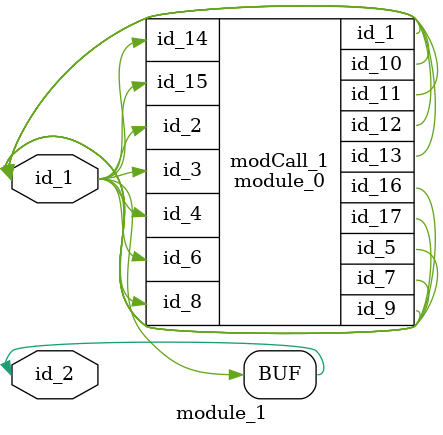
<source format=v>
module module_0 (
    id_1,
    id_2,
    id_3,
    id_4,
    id_5,
    id_6,
    id_7,
    id_8,
    id_9,
    id_10,
    id_11,
    id_12,
    id_13,
    id_14,
    id_15,
    id_16,
    id_17
);
  output wire id_17;
  output wire id_16;
  input wire id_15;
  input wire id_14;
  output wire id_13;
  output wire id_12;
  output wire id_11;
  output wire id_10;
  inout wire id_9;
  input wire id_8;
  output wire id_7;
  input wire id_6;
  inout wire id_5;
  input wire id_4;
  input wire id_3;
  input wire id_2;
  inout wire id_1;
  wire id_18;
endmodule
module module_1 (
    id_1,
    id_2
);
  inout wire id_2;
  input wire id_1;
  assign id_2 = id_1;
  module_0 modCall_1 (
      id_2,
      id_1,
      id_1,
      id_2,
      id_2,
      id_1,
      id_2,
      id_2,
      id_2,
      id_2,
      id_2,
      id_2,
      id_2,
      id_2,
      id_1,
      id_2,
      id_2
  );
endmodule

</source>
